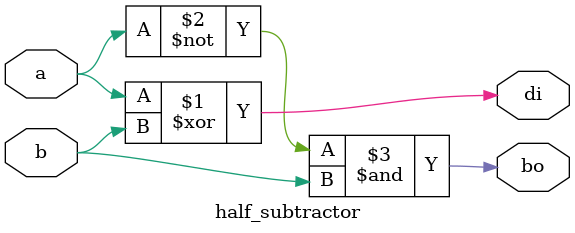
<source format=v>
`timescale 1ns / 1ps

module half_subtractor(
input a,b,
output di,bo
    );
    
assign di=a^b;
assign bo=(~a)&b;

endmodule
</source>
